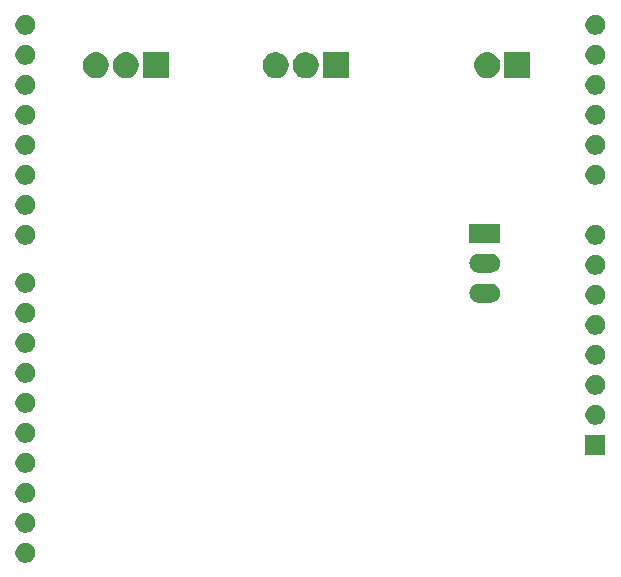
<source format=gbr>
G04 #@! TF.GenerationSoftware,KiCad,Pcbnew,5.1.5-52549c5~86~ubuntu18.04.1*
G04 #@! TF.CreationDate,2020-04-19T01:33:55+01:00*
G04 #@! TF.ProjectId,scot-controller,73636f74-2d63-46f6-9e74-726f6c6c6572,rev?*
G04 #@! TF.SameCoordinates,Original*
G04 #@! TF.FileFunction,Soldermask,Bot*
G04 #@! TF.FilePolarity,Negative*
%FSLAX46Y46*%
G04 Gerber Fmt 4.6, Leading zero omitted, Abs format (unit mm)*
G04 Created by KiCad (PCBNEW 5.1.5-52549c5~86~ubuntu18.04.1) date 2020-04-19 01:33:55*
%MOMM*%
%LPD*%
G04 APERTURE LIST*
%ADD10C,0.100000*%
G04 APERTURE END LIST*
D10*
G36*
X195320228Y-112537903D02*
G01*
X195475100Y-112602053D01*
X195614481Y-112695185D01*
X195733015Y-112813719D01*
X195826147Y-112953100D01*
X195890297Y-113107972D01*
X195923000Y-113272384D01*
X195923000Y-113440016D01*
X195890297Y-113604428D01*
X195826147Y-113759300D01*
X195733015Y-113898681D01*
X195614481Y-114017215D01*
X195475100Y-114110347D01*
X195320228Y-114174497D01*
X195155816Y-114207200D01*
X194988184Y-114207200D01*
X194823772Y-114174497D01*
X194668900Y-114110347D01*
X194529519Y-114017215D01*
X194410985Y-113898681D01*
X194317853Y-113759300D01*
X194253703Y-113604428D01*
X194221000Y-113440016D01*
X194221000Y-113272384D01*
X194253703Y-113107972D01*
X194317853Y-112953100D01*
X194410985Y-112813719D01*
X194529519Y-112695185D01*
X194668900Y-112602053D01*
X194823772Y-112537903D01*
X194988184Y-112505200D01*
X195155816Y-112505200D01*
X195320228Y-112537903D01*
G37*
G36*
X195320228Y-109997903D02*
G01*
X195475100Y-110062053D01*
X195614481Y-110155185D01*
X195733015Y-110273719D01*
X195826147Y-110413100D01*
X195890297Y-110567972D01*
X195923000Y-110732384D01*
X195923000Y-110900016D01*
X195890297Y-111064428D01*
X195826147Y-111219300D01*
X195733015Y-111358681D01*
X195614481Y-111477215D01*
X195475100Y-111570347D01*
X195320228Y-111634497D01*
X195155816Y-111667200D01*
X194988184Y-111667200D01*
X194823772Y-111634497D01*
X194668900Y-111570347D01*
X194529519Y-111477215D01*
X194410985Y-111358681D01*
X194317853Y-111219300D01*
X194253703Y-111064428D01*
X194221000Y-110900016D01*
X194221000Y-110732384D01*
X194253703Y-110567972D01*
X194317853Y-110413100D01*
X194410985Y-110273719D01*
X194529519Y-110155185D01*
X194668900Y-110062053D01*
X194823772Y-109997903D01*
X194988184Y-109965200D01*
X195155816Y-109965200D01*
X195320228Y-109997903D01*
G37*
G36*
X195320228Y-107457903D02*
G01*
X195475100Y-107522053D01*
X195614481Y-107615185D01*
X195733015Y-107733719D01*
X195826147Y-107873100D01*
X195890297Y-108027972D01*
X195923000Y-108192384D01*
X195923000Y-108360016D01*
X195890297Y-108524428D01*
X195826147Y-108679300D01*
X195733015Y-108818681D01*
X195614481Y-108937215D01*
X195475100Y-109030347D01*
X195320228Y-109094497D01*
X195155816Y-109127200D01*
X194988184Y-109127200D01*
X194823772Y-109094497D01*
X194668900Y-109030347D01*
X194529519Y-108937215D01*
X194410985Y-108818681D01*
X194317853Y-108679300D01*
X194253703Y-108524428D01*
X194221000Y-108360016D01*
X194221000Y-108192384D01*
X194253703Y-108027972D01*
X194317853Y-107873100D01*
X194410985Y-107733719D01*
X194529519Y-107615185D01*
X194668900Y-107522053D01*
X194823772Y-107457903D01*
X194988184Y-107425200D01*
X195155816Y-107425200D01*
X195320228Y-107457903D01*
G37*
G36*
X195320228Y-104917903D02*
G01*
X195475100Y-104982053D01*
X195614481Y-105075185D01*
X195733015Y-105193719D01*
X195826147Y-105333100D01*
X195890297Y-105487972D01*
X195923000Y-105652384D01*
X195923000Y-105820016D01*
X195890297Y-105984428D01*
X195826147Y-106139300D01*
X195733015Y-106278681D01*
X195614481Y-106397215D01*
X195475100Y-106490347D01*
X195320228Y-106554497D01*
X195155816Y-106587200D01*
X194988184Y-106587200D01*
X194823772Y-106554497D01*
X194668900Y-106490347D01*
X194529519Y-106397215D01*
X194410985Y-106278681D01*
X194317853Y-106139300D01*
X194253703Y-105984428D01*
X194221000Y-105820016D01*
X194221000Y-105652384D01*
X194253703Y-105487972D01*
X194317853Y-105333100D01*
X194410985Y-105193719D01*
X194529519Y-105075185D01*
X194668900Y-104982053D01*
X194823772Y-104917903D01*
X194988184Y-104885200D01*
X195155816Y-104885200D01*
X195320228Y-104917903D01*
G37*
G36*
X244183000Y-105067200D02*
G01*
X242481000Y-105067200D01*
X242481000Y-103365200D01*
X244183000Y-103365200D01*
X244183000Y-105067200D01*
G37*
G36*
X195320228Y-102377903D02*
G01*
X195475100Y-102442053D01*
X195614481Y-102535185D01*
X195733015Y-102653719D01*
X195826147Y-102793100D01*
X195890297Y-102947972D01*
X195923000Y-103112384D01*
X195923000Y-103280016D01*
X195890297Y-103444428D01*
X195826147Y-103599300D01*
X195733015Y-103738681D01*
X195614481Y-103857215D01*
X195475100Y-103950347D01*
X195320228Y-104014497D01*
X195155816Y-104047200D01*
X194988184Y-104047200D01*
X194823772Y-104014497D01*
X194668900Y-103950347D01*
X194529519Y-103857215D01*
X194410985Y-103738681D01*
X194317853Y-103599300D01*
X194253703Y-103444428D01*
X194221000Y-103280016D01*
X194221000Y-103112384D01*
X194253703Y-102947972D01*
X194317853Y-102793100D01*
X194410985Y-102653719D01*
X194529519Y-102535185D01*
X194668900Y-102442053D01*
X194823772Y-102377903D01*
X194988184Y-102345200D01*
X195155816Y-102345200D01*
X195320228Y-102377903D01*
G37*
G36*
X243580228Y-100857903D02*
G01*
X243735100Y-100922053D01*
X243874481Y-101015185D01*
X243993015Y-101133719D01*
X244086147Y-101273100D01*
X244150297Y-101427972D01*
X244183000Y-101592384D01*
X244183000Y-101760016D01*
X244150297Y-101924428D01*
X244086147Y-102079300D01*
X243993015Y-102218681D01*
X243874481Y-102337215D01*
X243735100Y-102430347D01*
X243580228Y-102494497D01*
X243415816Y-102527200D01*
X243248184Y-102527200D01*
X243083772Y-102494497D01*
X242928900Y-102430347D01*
X242789519Y-102337215D01*
X242670985Y-102218681D01*
X242577853Y-102079300D01*
X242513703Y-101924428D01*
X242481000Y-101760016D01*
X242481000Y-101592384D01*
X242513703Y-101427972D01*
X242577853Y-101273100D01*
X242670985Y-101133719D01*
X242789519Y-101015185D01*
X242928900Y-100922053D01*
X243083772Y-100857903D01*
X243248184Y-100825200D01*
X243415816Y-100825200D01*
X243580228Y-100857903D01*
G37*
G36*
X195320228Y-99837903D02*
G01*
X195475100Y-99902053D01*
X195614481Y-99995185D01*
X195733015Y-100113719D01*
X195826147Y-100253100D01*
X195890297Y-100407972D01*
X195923000Y-100572384D01*
X195923000Y-100740016D01*
X195890297Y-100904428D01*
X195826147Y-101059300D01*
X195733015Y-101198681D01*
X195614481Y-101317215D01*
X195475100Y-101410347D01*
X195320228Y-101474497D01*
X195155816Y-101507200D01*
X194988184Y-101507200D01*
X194823772Y-101474497D01*
X194668900Y-101410347D01*
X194529519Y-101317215D01*
X194410985Y-101198681D01*
X194317853Y-101059300D01*
X194253703Y-100904428D01*
X194221000Y-100740016D01*
X194221000Y-100572384D01*
X194253703Y-100407972D01*
X194317853Y-100253100D01*
X194410985Y-100113719D01*
X194529519Y-99995185D01*
X194668900Y-99902053D01*
X194823772Y-99837903D01*
X194988184Y-99805200D01*
X195155816Y-99805200D01*
X195320228Y-99837903D01*
G37*
G36*
X243580228Y-98317903D02*
G01*
X243735100Y-98382053D01*
X243874481Y-98475185D01*
X243993015Y-98593719D01*
X244086147Y-98733100D01*
X244150297Y-98887972D01*
X244183000Y-99052384D01*
X244183000Y-99220016D01*
X244150297Y-99384428D01*
X244086147Y-99539300D01*
X243993015Y-99678681D01*
X243874481Y-99797215D01*
X243735100Y-99890347D01*
X243580228Y-99954497D01*
X243415816Y-99987200D01*
X243248184Y-99987200D01*
X243083772Y-99954497D01*
X242928900Y-99890347D01*
X242789519Y-99797215D01*
X242670985Y-99678681D01*
X242577853Y-99539300D01*
X242513703Y-99384428D01*
X242481000Y-99220016D01*
X242481000Y-99052384D01*
X242513703Y-98887972D01*
X242577853Y-98733100D01*
X242670985Y-98593719D01*
X242789519Y-98475185D01*
X242928900Y-98382053D01*
X243083772Y-98317903D01*
X243248184Y-98285200D01*
X243415816Y-98285200D01*
X243580228Y-98317903D01*
G37*
G36*
X195320228Y-97297903D02*
G01*
X195475100Y-97362053D01*
X195614481Y-97455185D01*
X195733015Y-97573719D01*
X195826147Y-97713100D01*
X195890297Y-97867972D01*
X195923000Y-98032384D01*
X195923000Y-98200016D01*
X195890297Y-98364428D01*
X195826147Y-98519300D01*
X195733015Y-98658681D01*
X195614481Y-98777215D01*
X195475100Y-98870347D01*
X195320228Y-98934497D01*
X195155816Y-98967200D01*
X194988184Y-98967200D01*
X194823772Y-98934497D01*
X194668900Y-98870347D01*
X194529519Y-98777215D01*
X194410985Y-98658681D01*
X194317853Y-98519300D01*
X194253703Y-98364428D01*
X194221000Y-98200016D01*
X194221000Y-98032384D01*
X194253703Y-97867972D01*
X194317853Y-97713100D01*
X194410985Y-97573719D01*
X194529519Y-97455185D01*
X194668900Y-97362053D01*
X194823772Y-97297903D01*
X194988184Y-97265200D01*
X195155816Y-97265200D01*
X195320228Y-97297903D01*
G37*
G36*
X243580228Y-95777903D02*
G01*
X243735100Y-95842053D01*
X243874481Y-95935185D01*
X243993015Y-96053719D01*
X244086147Y-96193100D01*
X244150297Y-96347972D01*
X244183000Y-96512384D01*
X244183000Y-96680016D01*
X244150297Y-96844428D01*
X244086147Y-96999300D01*
X243993015Y-97138681D01*
X243874481Y-97257215D01*
X243735100Y-97350347D01*
X243580228Y-97414497D01*
X243415816Y-97447200D01*
X243248184Y-97447200D01*
X243083772Y-97414497D01*
X242928900Y-97350347D01*
X242789519Y-97257215D01*
X242670985Y-97138681D01*
X242577853Y-96999300D01*
X242513703Y-96844428D01*
X242481000Y-96680016D01*
X242481000Y-96512384D01*
X242513703Y-96347972D01*
X242577853Y-96193100D01*
X242670985Y-96053719D01*
X242789519Y-95935185D01*
X242928900Y-95842053D01*
X243083772Y-95777903D01*
X243248184Y-95745200D01*
X243415816Y-95745200D01*
X243580228Y-95777903D01*
G37*
G36*
X195320228Y-94757903D02*
G01*
X195475100Y-94822053D01*
X195614481Y-94915185D01*
X195733015Y-95033719D01*
X195826147Y-95173100D01*
X195890297Y-95327972D01*
X195923000Y-95492384D01*
X195923000Y-95660016D01*
X195890297Y-95824428D01*
X195826147Y-95979300D01*
X195733015Y-96118681D01*
X195614481Y-96237215D01*
X195475100Y-96330347D01*
X195320228Y-96394497D01*
X195155816Y-96427200D01*
X194988184Y-96427200D01*
X194823772Y-96394497D01*
X194668900Y-96330347D01*
X194529519Y-96237215D01*
X194410985Y-96118681D01*
X194317853Y-95979300D01*
X194253703Y-95824428D01*
X194221000Y-95660016D01*
X194221000Y-95492384D01*
X194253703Y-95327972D01*
X194317853Y-95173100D01*
X194410985Y-95033719D01*
X194529519Y-94915185D01*
X194668900Y-94822053D01*
X194823772Y-94757903D01*
X194988184Y-94725200D01*
X195155816Y-94725200D01*
X195320228Y-94757903D01*
G37*
G36*
X243580228Y-93237903D02*
G01*
X243735100Y-93302053D01*
X243874481Y-93395185D01*
X243993015Y-93513719D01*
X244086147Y-93653100D01*
X244150297Y-93807972D01*
X244183000Y-93972384D01*
X244183000Y-94140016D01*
X244150297Y-94304428D01*
X244086147Y-94459300D01*
X243993015Y-94598681D01*
X243874481Y-94717215D01*
X243735100Y-94810347D01*
X243580228Y-94874497D01*
X243415816Y-94907200D01*
X243248184Y-94907200D01*
X243083772Y-94874497D01*
X242928900Y-94810347D01*
X242789519Y-94717215D01*
X242670985Y-94598681D01*
X242577853Y-94459300D01*
X242513703Y-94304428D01*
X242481000Y-94140016D01*
X242481000Y-93972384D01*
X242513703Y-93807972D01*
X242577853Y-93653100D01*
X242670985Y-93513719D01*
X242789519Y-93395185D01*
X242928900Y-93302053D01*
X243083772Y-93237903D01*
X243248184Y-93205200D01*
X243415816Y-93205200D01*
X243580228Y-93237903D01*
G37*
G36*
X195320228Y-92217903D02*
G01*
X195475100Y-92282053D01*
X195614481Y-92375185D01*
X195733015Y-92493719D01*
X195826147Y-92633100D01*
X195890297Y-92787972D01*
X195923000Y-92952384D01*
X195923000Y-93120016D01*
X195890297Y-93284428D01*
X195826147Y-93439300D01*
X195733015Y-93578681D01*
X195614481Y-93697215D01*
X195475100Y-93790347D01*
X195320228Y-93854497D01*
X195155816Y-93887200D01*
X194988184Y-93887200D01*
X194823772Y-93854497D01*
X194668900Y-93790347D01*
X194529519Y-93697215D01*
X194410985Y-93578681D01*
X194317853Y-93439300D01*
X194253703Y-93284428D01*
X194221000Y-93120016D01*
X194221000Y-92952384D01*
X194253703Y-92787972D01*
X194317853Y-92633100D01*
X194410985Y-92493719D01*
X194529519Y-92375185D01*
X194668900Y-92282053D01*
X194823772Y-92217903D01*
X194988184Y-92185200D01*
X195155816Y-92185200D01*
X195320228Y-92217903D01*
G37*
G36*
X243580228Y-90697903D02*
G01*
X243735100Y-90762053D01*
X243874481Y-90855185D01*
X243993015Y-90973719D01*
X244086147Y-91113100D01*
X244150297Y-91267972D01*
X244183000Y-91432384D01*
X244183000Y-91600016D01*
X244150297Y-91764428D01*
X244086147Y-91919300D01*
X243993015Y-92058681D01*
X243874481Y-92177215D01*
X243735100Y-92270347D01*
X243580228Y-92334497D01*
X243415816Y-92367200D01*
X243248184Y-92367200D01*
X243083772Y-92334497D01*
X242928900Y-92270347D01*
X242789519Y-92177215D01*
X242670985Y-92058681D01*
X242577853Y-91919300D01*
X242513703Y-91764428D01*
X242481000Y-91600016D01*
X242481000Y-91432384D01*
X242513703Y-91267972D01*
X242577853Y-91113100D01*
X242670985Y-90973719D01*
X242789519Y-90855185D01*
X242928900Y-90762053D01*
X243083772Y-90697903D01*
X243248184Y-90665200D01*
X243415816Y-90665200D01*
X243580228Y-90697903D01*
G37*
G36*
X234537971Y-90592063D02*
G01*
X234616423Y-90599790D01*
X234717082Y-90630325D01*
X234767413Y-90645592D01*
X234906565Y-90719971D01*
X235028533Y-90820067D01*
X235128629Y-90942035D01*
X235203008Y-91081187D01*
X235212689Y-91113103D01*
X235248810Y-91232177D01*
X235264275Y-91389200D01*
X235248810Y-91546223D01*
X235232492Y-91600015D01*
X235203008Y-91697213D01*
X235128629Y-91836365D01*
X235028533Y-91958333D01*
X234906565Y-92058429D01*
X234767413Y-92132808D01*
X234717082Y-92148075D01*
X234616423Y-92178610D01*
X234549512Y-92185200D01*
X234498746Y-92190200D01*
X233420054Y-92190200D01*
X233369288Y-92185200D01*
X233302377Y-92178610D01*
X233201718Y-92148075D01*
X233151387Y-92132808D01*
X233012235Y-92058429D01*
X232890267Y-91958333D01*
X232790171Y-91836365D01*
X232715792Y-91697213D01*
X232686308Y-91600015D01*
X232669990Y-91546223D01*
X232654525Y-91389200D01*
X232669990Y-91232177D01*
X232706111Y-91113103D01*
X232715792Y-91081187D01*
X232790171Y-90942035D01*
X232890267Y-90820067D01*
X233012235Y-90719971D01*
X233151387Y-90645592D01*
X233201718Y-90630325D01*
X233302377Y-90599790D01*
X233380829Y-90592063D01*
X233420054Y-90588200D01*
X234498746Y-90588200D01*
X234537971Y-90592063D01*
G37*
G36*
X195320228Y-89677903D02*
G01*
X195475100Y-89742053D01*
X195614481Y-89835185D01*
X195733015Y-89953719D01*
X195826147Y-90093100D01*
X195890297Y-90247972D01*
X195923000Y-90412384D01*
X195923000Y-90580016D01*
X195890297Y-90744428D01*
X195826147Y-90899300D01*
X195733015Y-91038681D01*
X195614481Y-91157215D01*
X195475100Y-91250347D01*
X195320228Y-91314497D01*
X195155816Y-91347200D01*
X194988184Y-91347200D01*
X194823772Y-91314497D01*
X194668900Y-91250347D01*
X194529519Y-91157215D01*
X194410985Y-91038681D01*
X194317853Y-90899300D01*
X194253703Y-90744428D01*
X194221000Y-90580016D01*
X194221000Y-90412384D01*
X194253703Y-90247972D01*
X194317853Y-90093100D01*
X194410985Y-89953719D01*
X194529519Y-89835185D01*
X194668900Y-89742053D01*
X194823772Y-89677903D01*
X194988184Y-89645200D01*
X195155816Y-89645200D01*
X195320228Y-89677903D01*
G37*
G36*
X243580228Y-88157903D02*
G01*
X243735100Y-88222053D01*
X243874481Y-88315185D01*
X243993015Y-88433719D01*
X244086147Y-88573100D01*
X244150297Y-88727972D01*
X244183000Y-88892384D01*
X244183000Y-89060016D01*
X244150297Y-89224428D01*
X244086147Y-89379300D01*
X243993015Y-89518681D01*
X243874481Y-89637215D01*
X243735100Y-89730347D01*
X243580228Y-89794497D01*
X243415816Y-89827200D01*
X243248184Y-89827200D01*
X243083772Y-89794497D01*
X242928900Y-89730347D01*
X242789519Y-89637215D01*
X242670985Y-89518681D01*
X242577853Y-89379300D01*
X242513703Y-89224428D01*
X242481000Y-89060016D01*
X242481000Y-88892384D01*
X242513703Y-88727972D01*
X242577853Y-88573100D01*
X242670985Y-88433719D01*
X242789519Y-88315185D01*
X242928900Y-88222053D01*
X243083772Y-88157903D01*
X243248184Y-88125200D01*
X243415816Y-88125200D01*
X243580228Y-88157903D01*
G37*
G36*
X234537971Y-88052063D02*
G01*
X234616423Y-88059790D01*
X234717082Y-88090325D01*
X234767413Y-88105592D01*
X234906565Y-88179971D01*
X235028533Y-88280067D01*
X235128629Y-88402035D01*
X235203008Y-88541187D01*
X235212689Y-88573103D01*
X235248810Y-88692177D01*
X235264275Y-88849200D01*
X235248810Y-89006223D01*
X235232492Y-89060015D01*
X235203008Y-89157213D01*
X235128629Y-89296365D01*
X235028533Y-89418333D01*
X234906565Y-89518429D01*
X234767413Y-89592808D01*
X234717082Y-89608075D01*
X234616423Y-89638610D01*
X234549512Y-89645200D01*
X234498746Y-89650200D01*
X233420054Y-89650200D01*
X233369288Y-89645200D01*
X233302377Y-89638610D01*
X233201718Y-89608075D01*
X233151387Y-89592808D01*
X233012235Y-89518429D01*
X232890267Y-89418333D01*
X232790171Y-89296365D01*
X232715792Y-89157213D01*
X232686308Y-89060015D01*
X232669990Y-89006223D01*
X232654525Y-88849200D01*
X232669990Y-88692177D01*
X232706111Y-88573103D01*
X232715792Y-88541187D01*
X232790171Y-88402035D01*
X232890267Y-88280067D01*
X233012235Y-88179971D01*
X233151387Y-88105592D01*
X233201718Y-88090325D01*
X233302377Y-88059790D01*
X233380829Y-88052063D01*
X233420054Y-88048200D01*
X234498746Y-88048200D01*
X234537971Y-88052063D01*
G37*
G36*
X195320228Y-85617903D02*
G01*
X195475100Y-85682053D01*
X195614481Y-85775185D01*
X195733015Y-85893719D01*
X195826147Y-86033100D01*
X195890297Y-86187972D01*
X195923000Y-86352384D01*
X195923000Y-86520016D01*
X195890297Y-86684428D01*
X195826147Y-86839300D01*
X195733015Y-86978681D01*
X195614481Y-87097215D01*
X195475100Y-87190347D01*
X195320228Y-87254497D01*
X195155816Y-87287200D01*
X194988184Y-87287200D01*
X194823772Y-87254497D01*
X194668900Y-87190347D01*
X194529519Y-87097215D01*
X194410985Y-86978681D01*
X194317853Y-86839300D01*
X194253703Y-86684428D01*
X194221000Y-86520016D01*
X194221000Y-86352384D01*
X194253703Y-86187972D01*
X194317853Y-86033100D01*
X194410985Y-85893719D01*
X194529519Y-85775185D01*
X194668900Y-85682053D01*
X194823772Y-85617903D01*
X194988184Y-85585200D01*
X195155816Y-85585200D01*
X195320228Y-85617903D01*
G37*
G36*
X243580228Y-85617903D02*
G01*
X243735100Y-85682053D01*
X243874481Y-85775185D01*
X243993015Y-85893719D01*
X244086147Y-86033100D01*
X244150297Y-86187972D01*
X244183000Y-86352384D01*
X244183000Y-86520016D01*
X244150297Y-86684428D01*
X244086147Y-86839300D01*
X243993015Y-86978681D01*
X243874481Y-87097215D01*
X243735100Y-87190347D01*
X243580228Y-87254497D01*
X243415816Y-87287200D01*
X243248184Y-87287200D01*
X243083772Y-87254497D01*
X242928900Y-87190347D01*
X242789519Y-87097215D01*
X242670985Y-86978681D01*
X242577853Y-86839300D01*
X242513703Y-86684428D01*
X242481000Y-86520016D01*
X242481000Y-86352384D01*
X242513703Y-86187972D01*
X242577853Y-86033100D01*
X242670985Y-85893719D01*
X242789519Y-85775185D01*
X242928900Y-85682053D01*
X243083772Y-85617903D01*
X243248184Y-85585200D01*
X243415816Y-85585200D01*
X243580228Y-85617903D01*
G37*
G36*
X235260400Y-87110200D02*
G01*
X232658400Y-87110200D01*
X232658400Y-85508200D01*
X235260400Y-85508200D01*
X235260400Y-87110200D01*
G37*
G36*
X195320228Y-83077903D02*
G01*
X195475100Y-83142053D01*
X195614481Y-83235185D01*
X195733015Y-83353719D01*
X195826147Y-83493100D01*
X195890297Y-83647972D01*
X195923000Y-83812384D01*
X195923000Y-83980016D01*
X195890297Y-84144428D01*
X195826147Y-84299300D01*
X195733015Y-84438681D01*
X195614481Y-84557215D01*
X195475100Y-84650347D01*
X195320228Y-84714497D01*
X195155816Y-84747200D01*
X194988184Y-84747200D01*
X194823772Y-84714497D01*
X194668900Y-84650347D01*
X194529519Y-84557215D01*
X194410985Y-84438681D01*
X194317853Y-84299300D01*
X194253703Y-84144428D01*
X194221000Y-83980016D01*
X194221000Y-83812384D01*
X194253703Y-83647972D01*
X194317853Y-83493100D01*
X194410985Y-83353719D01*
X194529519Y-83235185D01*
X194668900Y-83142053D01*
X194823772Y-83077903D01*
X194988184Y-83045200D01*
X195155816Y-83045200D01*
X195320228Y-83077903D01*
G37*
G36*
X243580228Y-80537903D02*
G01*
X243735100Y-80602053D01*
X243874481Y-80695185D01*
X243993015Y-80813719D01*
X244086147Y-80953100D01*
X244150297Y-81107972D01*
X244183000Y-81272384D01*
X244183000Y-81440016D01*
X244150297Y-81604428D01*
X244086147Y-81759300D01*
X243993015Y-81898681D01*
X243874481Y-82017215D01*
X243735100Y-82110347D01*
X243580228Y-82174497D01*
X243415816Y-82207200D01*
X243248184Y-82207200D01*
X243083772Y-82174497D01*
X242928900Y-82110347D01*
X242789519Y-82017215D01*
X242670985Y-81898681D01*
X242577853Y-81759300D01*
X242513703Y-81604428D01*
X242481000Y-81440016D01*
X242481000Y-81272384D01*
X242513703Y-81107972D01*
X242577853Y-80953100D01*
X242670985Y-80813719D01*
X242789519Y-80695185D01*
X242928900Y-80602053D01*
X243083772Y-80537903D01*
X243248184Y-80505200D01*
X243415816Y-80505200D01*
X243580228Y-80537903D01*
G37*
G36*
X195320228Y-80537903D02*
G01*
X195475100Y-80602053D01*
X195614481Y-80695185D01*
X195733015Y-80813719D01*
X195826147Y-80953100D01*
X195890297Y-81107972D01*
X195923000Y-81272384D01*
X195923000Y-81440016D01*
X195890297Y-81604428D01*
X195826147Y-81759300D01*
X195733015Y-81898681D01*
X195614481Y-82017215D01*
X195475100Y-82110347D01*
X195320228Y-82174497D01*
X195155816Y-82207200D01*
X194988184Y-82207200D01*
X194823772Y-82174497D01*
X194668900Y-82110347D01*
X194529519Y-82017215D01*
X194410985Y-81898681D01*
X194317853Y-81759300D01*
X194253703Y-81604428D01*
X194221000Y-81440016D01*
X194221000Y-81272384D01*
X194253703Y-81107972D01*
X194317853Y-80953100D01*
X194410985Y-80813719D01*
X194529519Y-80695185D01*
X194668900Y-80602053D01*
X194823772Y-80537903D01*
X194988184Y-80505200D01*
X195155816Y-80505200D01*
X195320228Y-80537903D01*
G37*
G36*
X243580228Y-77997903D02*
G01*
X243735100Y-78062053D01*
X243874481Y-78155185D01*
X243993015Y-78273719D01*
X244086147Y-78413100D01*
X244150297Y-78567972D01*
X244183000Y-78732384D01*
X244183000Y-78900016D01*
X244150297Y-79064428D01*
X244086147Y-79219300D01*
X243993015Y-79358681D01*
X243874481Y-79477215D01*
X243735100Y-79570347D01*
X243580228Y-79634497D01*
X243415816Y-79667200D01*
X243248184Y-79667200D01*
X243083772Y-79634497D01*
X242928900Y-79570347D01*
X242789519Y-79477215D01*
X242670985Y-79358681D01*
X242577853Y-79219300D01*
X242513703Y-79064428D01*
X242481000Y-78900016D01*
X242481000Y-78732384D01*
X242513703Y-78567972D01*
X242577853Y-78413100D01*
X242670985Y-78273719D01*
X242789519Y-78155185D01*
X242928900Y-78062053D01*
X243083772Y-77997903D01*
X243248184Y-77965200D01*
X243415816Y-77965200D01*
X243580228Y-77997903D01*
G37*
G36*
X195320228Y-77997903D02*
G01*
X195475100Y-78062053D01*
X195614481Y-78155185D01*
X195733015Y-78273719D01*
X195826147Y-78413100D01*
X195890297Y-78567972D01*
X195923000Y-78732384D01*
X195923000Y-78900016D01*
X195890297Y-79064428D01*
X195826147Y-79219300D01*
X195733015Y-79358681D01*
X195614481Y-79477215D01*
X195475100Y-79570347D01*
X195320228Y-79634497D01*
X195155816Y-79667200D01*
X194988184Y-79667200D01*
X194823772Y-79634497D01*
X194668900Y-79570347D01*
X194529519Y-79477215D01*
X194410985Y-79358681D01*
X194317853Y-79219300D01*
X194253703Y-79064428D01*
X194221000Y-78900016D01*
X194221000Y-78732384D01*
X194253703Y-78567972D01*
X194317853Y-78413100D01*
X194410985Y-78273719D01*
X194529519Y-78155185D01*
X194668900Y-78062053D01*
X194823772Y-77997903D01*
X194988184Y-77965200D01*
X195155816Y-77965200D01*
X195320228Y-77997903D01*
G37*
G36*
X243580228Y-75457903D02*
G01*
X243735100Y-75522053D01*
X243874481Y-75615185D01*
X243993015Y-75733719D01*
X244086147Y-75873100D01*
X244150297Y-76027972D01*
X244183000Y-76192384D01*
X244183000Y-76360016D01*
X244150297Y-76524428D01*
X244086147Y-76679300D01*
X243993015Y-76818681D01*
X243874481Y-76937215D01*
X243735100Y-77030347D01*
X243580228Y-77094497D01*
X243415816Y-77127200D01*
X243248184Y-77127200D01*
X243083772Y-77094497D01*
X242928900Y-77030347D01*
X242789519Y-76937215D01*
X242670985Y-76818681D01*
X242577853Y-76679300D01*
X242513703Y-76524428D01*
X242481000Y-76360016D01*
X242481000Y-76192384D01*
X242513703Y-76027972D01*
X242577853Y-75873100D01*
X242670985Y-75733719D01*
X242789519Y-75615185D01*
X242928900Y-75522053D01*
X243083772Y-75457903D01*
X243248184Y-75425200D01*
X243415816Y-75425200D01*
X243580228Y-75457903D01*
G37*
G36*
X195320228Y-75457903D02*
G01*
X195475100Y-75522053D01*
X195614481Y-75615185D01*
X195733015Y-75733719D01*
X195826147Y-75873100D01*
X195890297Y-76027972D01*
X195923000Y-76192384D01*
X195923000Y-76360016D01*
X195890297Y-76524428D01*
X195826147Y-76679300D01*
X195733015Y-76818681D01*
X195614481Y-76937215D01*
X195475100Y-77030347D01*
X195320228Y-77094497D01*
X195155816Y-77127200D01*
X194988184Y-77127200D01*
X194823772Y-77094497D01*
X194668900Y-77030347D01*
X194529519Y-76937215D01*
X194410985Y-76818681D01*
X194317853Y-76679300D01*
X194253703Y-76524428D01*
X194221000Y-76360016D01*
X194221000Y-76192384D01*
X194253703Y-76027972D01*
X194317853Y-75873100D01*
X194410985Y-75733719D01*
X194529519Y-75615185D01*
X194668900Y-75522053D01*
X194823772Y-75457903D01*
X194988184Y-75425200D01*
X195155816Y-75425200D01*
X195320228Y-75457903D01*
G37*
G36*
X195320228Y-72917903D02*
G01*
X195475100Y-72982053D01*
X195614481Y-73075185D01*
X195733015Y-73193719D01*
X195826147Y-73333100D01*
X195890297Y-73487972D01*
X195923000Y-73652384D01*
X195923000Y-73820016D01*
X195890297Y-73984428D01*
X195826147Y-74139300D01*
X195733015Y-74278681D01*
X195614481Y-74397215D01*
X195475100Y-74490347D01*
X195320228Y-74554497D01*
X195155816Y-74587200D01*
X194988184Y-74587200D01*
X194823772Y-74554497D01*
X194668900Y-74490347D01*
X194529519Y-74397215D01*
X194410985Y-74278681D01*
X194317853Y-74139300D01*
X194253703Y-73984428D01*
X194221000Y-73820016D01*
X194221000Y-73652384D01*
X194253703Y-73487972D01*
X194317853Y-73333100D01*
X194410985Y-73193719D01*
X194529519Y-73075185D01*
X194668900Y-72982053D01*
X194823772Y-72917903D01*
X194988184Y-72885200D01*
X195155816Y-72885200D01*
X195320228Y-72917903D01*
G37*
G36*
X243580228Y-72917903D02*
G01*
X243735100Y-72982053D01*
X243874481Y-73075185D01*
X243993015Y-73193719D01*
X244086147Y-73333100D01*
X244150297Y-73487972D01*
X244183000Y-73652384D01*
X244183000Y-73820016D01*
X244150297Y-73984428D01*
X244086147Y-74139300D01*
X243993015Y-74278681D01*
X243874481Y-74397215D01*
X243735100Y-74490347D01*
X243580228Y-74554497D01*
X243415816Y-74587200D01*
X243248184Y-74587200D01*
X243083772Y-74554497D01*
X242928900Y-74490347D01*
X242789519Y-74397215D01*
X242670985Y-74278681D01*
X242577853Y-74139300D01*
X242513703Y-73984428D01*
X242481000Y-73820016D01*
X242481000Y-73652384D01*
X242513703Y-73487972D01*
X242577853Y-73333100D01*
X242670985Y-73193719D01*
X242789519Y-73075185D01*
X242928900Y-72982053D01*
X243083772Y-72917903D01*
X243248184Y-72885200D01*
X243415816Y-72885200D01*
X243580228Y-72917903D01*
G37*
G36*
X222436600Y-73186200D02*
G01*
X220234600Y-73186200D01*
X220234600Y-70984200D01*
X222436600Y-70984200D01*
X222436600Y-73186200D01*
G37*
G36*
X201255794Y-71005355D02*
G01*
X201362150Y-71026511D01*
X201562520Y-71109507D01*
X201742844Y-71229995D01*
X201896205Y-71383356D01*
X202016693Y-71563680D01*
X202016693Y-71563681D01*
X202089181Y-71738681D01*
X202099689Y-71764051D01*
X202142000Y-71976760D01*
X202142000Y-72193640D01*
X202099689Y-72406349D01*
X202016693Y-72606720D01*
X201896205Y-72787044D01*
X201742844Y-72940405D01*
X201562520Y-73060893D01*
X201362150Y-73143889D01*
X201255795Y-73165044D01*
X201149440Y-73186200D01*
X200932560Y-73186200D01*
X200826205Y-73165044D01*
X200719850Y-73143889D01*
X200619666Y-73102391D01*
X200519480Y-73060893D01*
X200339156Y-72940405D01*
X200185795Y-72787044D01*
X200065307Y-72606720D01*
X199982311Y-72406349D01*
X199940000Y-72193640D01*
X199940000Y-71976760D01*
X199982311Y-71764051D01*
X199992820Y-71738681D01*
X200065307Y-71563681D01*
X200065307Y-71563680D01*
X200185795Y-71383356D01*
X200339156Y-71229995D01*
X200519480Y-71109507D01*
X200619666Y-71068009D01*
X200719850Y-71026511D01*
X200826205Y-71005356D01*
X200932560Y-70984200D01*
X201149440Y-70984200D01*
X201255794Y-71005355D01*
G37*
G36*
X203795794Y-71005355D02*
G01*
X203902150Y-71026511D01*
X204102520Y-71109507D01*
X204282844Y-71229995D01*
X204436205Y-71383356D01*
X204556693Y-71563680D01*
X204556693Y-71563681D01*
X204629181Y-71738681D01*
X204639689Y-71764051D01*
X204682000Y-71976760D01*
X204682000Y-72193640D01*
X204639689Y-72406349D01*
X204556693Y-72606720D01*
X204436205Y-72787044D01*
X204282844Y-72940405D01*
X204102520Y-73060893D01*
X203902150Y-73143889D01*
X203795795Y-73165044D01*
X203689440Y-73186200D01*
X203472560Y-73186200D01*
X203366205Y-73165044D01*
X203259850Y-73143889D01*
X203159666Y-73102391D01*
X203059480Y-73060893D01*
X202879156Y-72940405D01*
X202725795Y-72787044D01*
X202605307Y-72606720D01*
X202522311Y-72406349D01*
X202480000Y-72193640D01*
X202480000Y-71976760D01*
X202522311Y-71764051D01*
X202532820Y-71738681D01*
X202605307Y-71563681D01*
X202605307Y-71563680D01*
X202725795Y-71383356D01*
X202879156Y-71229995D01*
X203059480Y-71109507D01*
X203159666Y-71068009D01*
X203259850Y-71026511D01*
X203366205Y-71005356D01*
X203472560Y-70984200D01*
X203689440Y-70984200D01*
X203795794Y-71005355D01*
G37*
G36*
X207222000Y-73186200D02*
G01*
X205020000Y-73186200D01*
X205020000Y-70984200D01*
X207222000Y-70984200D01*
X207222000Y-73186200D01*
G37*
G36*
X216470394Y-71005355D02*
G01*
X216576750Y-71026511D01*
X216777120Y-71109507D01*
X216957444Y-71229995D01*
X217110805Y-71383356D01*
X217231293Y-71563680D01*
X217231293Y-71563681D01*
X217303781Y-71738681D01*
X217314289Y-71764051D01*
X217356600Y-71976760D01*
X217356600Y-72193640D01*
X217314289Y-72406349D01*
X217231293Y-72606720D01*
X217110805Y-72787044D01*
X216957444Y-72940405D01*
X216777120Y-73060893D01*
X216576750Y-73143889D01*
X216470395Y-73165044D01*
X216364040Y-73186200D01*
X216147160Y-73186200D01*
X216040805Y-73165044D01*
X215934450Y-73143889D01*
X215834266Y-73102391D01*
X215734080Y-73060893D01*
X215553756Y-72940405D01*
X215400395Y-72787044D01*
X215279907Y-72606720D01*
X215196911Y-72406349D01*
X215154600Y-72193640D01*
X215154600Y-71976760D01*
X215196911Y-71764051D01*
X215207420Y-71738681D01*
X215279907Y-71563681D01*
X215279907Y-71563680D01*
X215400395Y-71383356D01*
X215553756Y-71229995D01*
X215734080Y-71109507D01*
X215834266Y-71068009D01*
X215934450Y-71026511D01*
X216040805Y-71005356D01*
X216147160Y-70984200D01*
X216364040Y-70984200D01*
X216470394Y-71005355D01*
G37*
G36*
X219010394Y-71005355D02*
G01*
X219116750Y-71026511D01*
X219317120Y-71109507D01*
X219497444Y-71229995D01*
X219650805Y-71383356D01*
X219771293Y-71563680D01*
X219771293Y-71563681D01*
X219843781Y-71738681D01*
X219854289Y-71764051D01*
X219896600Y-71976760D01*
X219896600Y-72193640D01*
X219854289Y-72406349D01*
X219771293Y-72606720D01*
X219650805Y-72787044D01*
X219497444Y-72940405D01*
X219317120Y-73060893D01*
X219116750Y-73143889D01*
X219010395Y-73165044D01*
X218904040Y-73186200D01*
X218687160Y-73186200D01*
X218580805Y-73165044D01*
X218474450Y-73143889D01*
X218374266Y-73102391D01*
X218274080Y-73060893D01*
X218093756Y-72940405D01*
X217940395Y-72787044D01*
X217819907Y-72606720D01*
X217736911Y-72406349D01*
X217694600Y-72193640D01*
X217694600Y-71976760D01*
X217736911Y-71764051D01*
X217747420Y-71738681D01*
X217819907Y-71563681D01*
X217819907Y-71563680D01*
X217940395Y-71383356D01*
X218093756Y-71229995D01*
X218274080Y-71109507D01*
X218374266Y-71068009D01*
X218474450Y-71026511D01*
X218580805Y-71005356D01*
X218687160Y-70984200D01*
X218904040Y-70984200D01*
X219010394Y-71005355D01*
G37*
G36*
X234377394Y-71005355D02*
G01*
X234483750Y-71026511D01*
X234684120Y-71109507D01*
X234864444Y-71229995D01*
X235017805Y-71383356D01*
X235138293Y-71563680D01*
X235138293Y-71563681D01*
X235210781Y-71738681D01*
X235221289Y-71764051D01*
X235263600Y-71976760D01*
X235263600Y-72193640D01*
X235221289Y-72406349D01*
X235138293Y-72606720D01*
X235017805Y-72787044D01*
X234864444Y-72940405D01*
X234684120Y-73060893D01*
X234483750Y-73143889D01*
X234377395Y-73165044D01*
X234271040Y-73186200D01*
X234054160Y-73186200D01*
X233947805Y-73165044D01*
X233841450Y-73143889D01*
X233741266Y-73102391D01*
X233641080Y-73060893D01*
X233460756Y-72940405D01*
X233307395Y-72787044D01*
X233186907Y-72606720D01*
X233103911Y-72406349D01*
X233061600Y-72193640D01*
X233061600Y-71976760D01*
X233103911Y-71764051D01*
X233114420Y-71738681D01*
X233186907Y-71563681D01*
X233186907Y-71563680D01*
X233307395Y-71383356D01*
X233460756Y-71229995D01*
X233641080Y-71109507D01*
X233741266Y-71068009D01*
X233841450Y-71026511D01*
X233947805Y-71005356D01*
X234054160Y-70984200D01*
X234271040Y-70984200D01*
X234377394Y-71005355D01*
G37*
G36*
X237803600Y-73186200D02*
G01*
X235601600Y-73186200D01*
X235601600Y-70984200D01*
X237803600Y-70984200D01*
X237803600Y-73186200D01*
G37*
G36*
X243580228Y-70377903D02*
G01*
X243735100Y-70442053D01*
X243874481Y-70535185D01*
X243993015Y-70653719D01*
X244086147Y-70793100D01*
X244150297Y-70947972D01*
X244183000Y-71112384D01*
X244183000Y-71280016D01*
X244150297Y-71444428D01*
X244086147Y-71599300D01*
X243993015Y-71738681D01*
X243874481Y-71857215D01*
X243735100Y-71950347D01*
X243580228Y-72014497D01*
X243415816Y-72047200D01*
X243248184Y-72047200D01*
X243083772Y-72014497D01*
X242928900Y-71950347D01*
X242789519Y-71857215D01*
X242670985Y-71738681D01*
X242577853Y-71599300D01*
X242513703Y-71444428D01*
X242481000Y-71280016D01*
X242481000Y-71112384D01*
X242513703Y-70947972D01*
X242577853Y-70793100D01*
X242670985Y-70653719D01*
X242789519Y-70535185D01*
X242928900Y-70442053D01*
X243083772Y-70377903D01*
X243248184Y-70345200D01*
X243415816Y-70345200D01*
X243580228Y-70377903D01*
G37*
G36*
X195320228Y-70377903D02*
G01*
X195475100Y-70442053D01*
X195614481Y-70535185D01*
X195733015Y-70653719D01*
X195826147Y-70793100D01*
X195890297Y-70947972D01*
X195923000Y-71112384D01*
X195923000Y-71280016D01*
X195890297Y-71444428D01*
X195826147Y-71599300D01*
X195733015Y-71738681D01*
X195614481Y-71857215D01*
X195475100Y-71950347D01*
X195320228Y-72014497D01*
X195155816Y-72047200D01*
X194988184Y-72047200D01*
X194823772Y-72014497D01*
X194668900Y-71950347D01*
X194529519Y-71857215D01*
X194410985Y-71738681D01*
X194317853Y-71599300D01*
X194253703Y-71444428D01*
X194221000Y-71280016D01*
X194221000Y-71112384D01*
X194253703Y-70947972D01*
X194317853Y-70793100D01*
X194410985Y-70653719D01*
X194529519Y-70535185D01*
X194668900Y-70442053D01*
X194823772Y-70377903D01*
X194988184Y-70345200D01*
X195155816Y-70345200D01*
X195320228Y-70377903D01*
G37*
G36*
X243580228Y-67837903D02*
G01*
X243735100Y-67902053D01*
X243874481Y-67995185D01*
X243993015Y-68113719D01*
X244086147Y-68253100D01*
X244150297Y-68407972D01*
X244183000Y-68572384D01*
X244183000Y-68740016D01*
X244150297Y-68904428D01*
X244086147Y-69059300D01*
X243993015Y-69198681D01*
X243874481Y-69317215D01*
X243735100Y-69410347D01*
X243580228Y-69474497D01*
X243415816Y-69507200D01*
X243248184Y-69507200D01*
X243083772Y-69474497D01*
X242928900Y-69410347D01*
X242789519Y-69317215D01*
X242670985Y-69198681D01*
X242577853Y-69059300D01*
X242513703Y-68904428D01*
X242481000Y-68740016D01*
X242481000Y-68572384D01*
X242513703Y-68407972D01*
X242577853Y-68253100D01*
X242670985Y-68113719D01*
X242789519Y-67995185D01*
X242928900Y-67902053D01*
X243083772Y-67837903D01*
X243248184Y-67805200D01*
X243415816Y-67805200D01*
X243580228Y-67837903D01*
G37*
G36*
X195320228Y-67837903D02*
G01*
X195475100Y-67902053D01*
X195614481Y-67995185D01*
X195733015Y-68113719D01*
X195826147Y-68253100D01*
X195890297Y-68407972D01*
X195923000Y-68572384D01*
X195923000Y-68740016D01*
X195890297Y-68904428D01*
X195826147Y-69059300D01*
X195733015Y-69198681D01*
X195614481Y-69317215D01*
X195475100Y-69410347D01*
X195320228Y-69474497D01*
X195155816Y-69507200D01*
X194988184Y-69507200D01*
X194823772Y-69474497D01*
X194668900Y-69410347D01*
X194529519Y-69317215D01*
X194410985Y-69198681D01*
X194317853Y-69059300D01*
X194253703Y-68904428D01*
X194221000Y-68740016D01*
X194221000Y-68572384D01*
X194253703Y-68407972D01*
X194317853Y-68253100D01*
X194410985Y-68113719D01*
X194529519Y-67995185D01*
X194668900Y-67902053D01*
X194823772Y-67837903D01*
X194988184Y-67805200D01*
X195155816Y-67805200D01*
X195320228Y-67837903D01*
G37*
M02*

</source>
